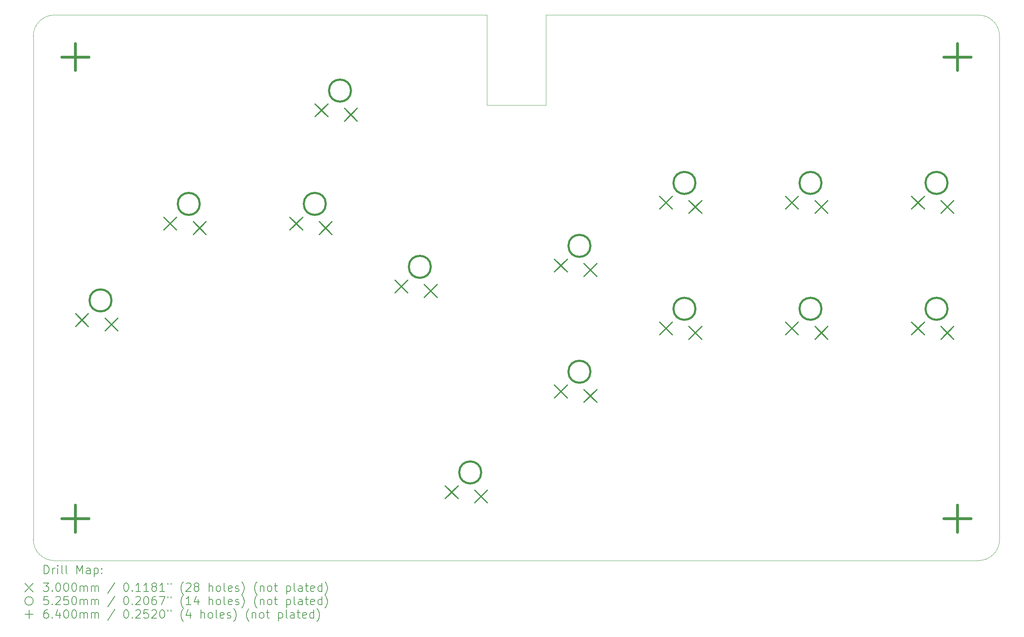
<source format=gbr>
%TF.GenerationSoftware,KiCad,Pcbnew,8.0.4-8.0.4-0~ubuntu22.04.1*%
%TF.CreationDate,2024-07-29T20:54:53+08:00*%
%TF.ProjectId,halalsnackbox,68616c61-6c73-46e6-9163-6b626f782e6b,rev?*%
%TF.SameCoordinates,Original*%
%TF.FileFunction,Drillmap*%
%TF.FilePolarity,Positive*%
%FSLAX45Y45*%
G04 Gerber Fmt 4.5, Leading zero omitted, Abs format (unit mm)*
G04 Created by KiCad (PCBNEW 8.0.4-8.0.4-0~ubuntu22.04.1) date 2024-07-29 20:54:53*
%MOMM*%
%LPD*%
G01*
G04 APERTURE LIST*
%ADD10C,0.050000*%
%ADD11C,0.200000*%
%ADD12C,0.300000*%
%ADD13C,0.525000*%
%ADD14C,0.640000*%
G04 APERTURE END LIST*
D10*
X0Y-500000D02*
G75*
G02*
X500000Y0I500000J0D01*
G01*
X10800000Y0D02*
X10800000Y-2150000D01*
X500000Y-13000000D02*
G75*
G02*
X0Y-12500000I0J500000D01*
G01*
X23000000Y-500000D02*
X23000000Y-12500000D01*
X12200000Y0D02*
X22500000Y0D01*
X500000Y-13000000D02*
X22500000Y-13000000D01*
X0Y-500000D02*
X0Y-12500000D01*
X12200000Y0D02*
X12200000Y-2150000D01*
X22500000Y0D02*
G75*
G02*
X23000000Y-500000I0J-500000D01*
G01*
X10800000Y-2150000D02*
X12200000Y-2150000D01*
X23000000Y-12500000D02*
G75*
G02*
X22500000Y-13000000I-500000J0D01*
G01*
X500000Y0D02*
X10800000Y0D01*
D11*
D12*
X1010000Y-7120000D02*
X1310000Y-7420000D01*
X1310000Y-7120000D02*
X1010000Y-7420000D01*
X1710000Y-7225000D02*
X2010000Y-7525000D01*
X2010000Y-7225000D02*
X1710000Y-7525000D01*
X3110000Y-4820000D02*
X3410000Y-5120000D01*
X3410000Y-4820000D02*
X3110000Y-5120000D01*
X3810000Y-4925000D02*
X4110000Y-5225000D01*
X4110000Y-4925000D02*
X3810000Y-5225000D01*
X6110000Y-4820000D02*
X6410000Y-5120000D01*
X6410000Y-4820000D02*
X6110000Y-5120000D01*
X6710000Y-2120000D02*
X7010000Y-2420000D01*
X7010000Y-2120000D02*
X6710000Y-2420000D01*
X6810000Y-4925000D02*
X7110000Y-5225000D01*
X7110000Y-4925000D02*
X6810000Y-5225000D01*
X7410000Y-2225000D02*
X7710000Y-2525000D01*
X7710000Y-2225000D02*
X7410000Y-2525000D01*
X8610000Y-6320000D02*
X8910000Y-6620000D01*
X8910000Y-6320000D02*
X8610000Y-6620000D01*
X9310000Y-6425000D02*
X9610000Y-6725000D01*
X9610000Y-6425000D02*
X9310000Y-6725000D01*
X9810000Y-11220000D02*
X10110000Y-11520000D01*
X10110000Y-11220000D02*
X9810000Y-11520000D01*
X10510000Y-11325000D02*
X10810000Y-11625000D01*
X10810000Y-11325000D02*
X10510000Y-11625000D01*
X12410000Y-5820000D02*
X12710000Y-6120000D01*
X12710000Y-5820000D02*
X12410000Y-6120000D01*
X12410000Y-8820000D02*
X12710000Y-9120000D01*
X12710000Y-8820000D02*
X12410000Y-9120000D01*
X13110000Y-5925000D02*
X13410000Y-6225000D01*
X13410000Y-5925000D02*
X13110000Y-6225000D01*
X13110000Y-8925000D02*
X13410000Y-9225000D01*
X13410000Y-8925000D02*
X13110000Y-9225000D01*
X14910000Y-4320000D02*
X15210000Y-4620000D01*
X15210000Y-4320000D02*
X14910000Y-4620000D01*
X14910000Y-7320000D02*
X15210000Y-7620000D01*
X15210000Y-7320000D02*
X14910000Y-7620000D01*
X15610000Y-4425000D02*
X15910000Y-4725000D01*
X15910000Y-4425000D02*
X15610000Y-4725000D01*
X15610000Y-7425000D02*
X15910000Y-7725000D01*
X15910000Y-7425000D02*
X15610000Y-7725000D01*
X17910000Y-4320000D02*
X18210000Y-4620000D01*
X18210000Y-4320000D02*
X17910000Y-4620000D01*
X17910000Y-7320000D02*
X18210000Y-7620000D01*
X18210000Y-7320000D02*
X17910000Y-7620000D01*
X18610000Y-4425000D02*
X18910000Y-4725000D01*
X18910000Y-4425000D02*
X18610000Y-4725000D01*
X18610000Y-7425000D02*
X18910000Y-7725000D01*
X18910000Y-7425000D02*
X18610000Y-7725000D01*
X20910000Y-4320000D02*
X21210000Y-4620000D01*
X21210000Y-4320000D02*
X20910000Y-4620000D01*
X20910000Y-7320000D02*
X21210000Y-7620000D01*
X21210000Y-7320000D02*
X20910000Y-7620000D01*
X21610000Y-4425000D02*
X21910000Y-4725000D01*
X21910000Y-4425000D02*
X21610000Y-4725000D01*
X21610000Y-7425000D02*
X21910000Y-7725000D01*
X21910000Y-7425000D02*
X21610000Y-7725000D01*
D13*
X1862500Y-6800000D02*
G75*
G02*
X1337500Y-6800000I-262500J0D01*
G01*
X1337500Y-6800000D02*
G75*
G02*
X1862500Y-6800000I262500J0D01*
G01*
X3962500Y-4500000D02*
G75*
G02*
X3437500Y-4500000I-262500J0D01*
G01*
X3437500Y-4500000D02*
G75*
G02*
X3962500Y-4500000I262500J0D01*
G01*
X6962500Y-4500000D02*
G75*
G02*
X6437500Y-4500000I-262500J0D01*
G01*
X6437500Y-4500000D02*
G75*
G02*
X6962500Y-4500000I262500J0D01*
G01*
X7562500Y-1800000D02*
G75*
G02*
X7037500Y-1800000I-262500J0D01*
G01*
X7037500Y-1800000D02*
G75*
G02*
X7562500Y-1800000I262500J0D01*
G01*
X9462500Y-6000000D02*
G75*
G02*
X8937500Y-6000000I-262500J0D01*
G01*
X8937500Y-6000000D02*
G75*
G02*
X9462500Y-6000000I262500J0D01*
G01*
X10662500Y-10900000D02*
G75*
G02*
X10137500Y-10900000I-262500J0D01*
G01*
X10137500Y-10900000D02*
G75*
G02*
X10662500Y-10900000I262500J0D01*
G01*
X13262500Y-5500000D02*
G75*
G02*
X12737500Y-5500000I-262500J0D01*
G01*
X12737500Y-5500000D02*
G75*
G02*
X13262500Y-5500000I262500J0D01*
G01*
X13262500Y-8500000D02*
G75*
G02*
X12737500Y-8500000I-262500J0D01*
G01*
X12737500Y-8500000D02*
G75*
G02*
X13262500Y-8500000I262500J0D01*
G01*
X15762500Y-4000000D02*
G75*
G02*
X15237500Y-4000000I-262500J0D01*
G01*
X15237500Y-4000000D02*
G75*
G02*
X15762500Y-4000000I262500J0D01*
G01*
X15762500Y-7000000D02*
G75*
G02*
X15237500Y-7000000I-262500J0D01*
G01*
X15237500Y-7000000D02*
G75*
G02*
X15762500Y-7000000I262500J0D01*
G01*
X18762500Y-4000000D02*
G75*
G02*
X18237500Y-4000000I-262500J0D01*
G01*
X18237500Y-4000000D02*
G75*
G02*
X18762500Y-4000000I262500J0D01*
G01*
X18762500Y-7000000D02*
G75*
G02*
X18237500Y-7000000I-262500J0D01*
G01*
X18237500Y-7000000D02*
G75*
G02*
X18762500Y-7000000I262500J0D01*
G01*
X21762500Y-4000000D02*
G75*
G02*
X21237500Y-4000000I-262500J0D01*
G01*
X21237500Y-4000000D02*
G75*
G02*
X21762500Y-4000000I262500J0D01*
G01*
X21762500Y-7000000D02*
G75*
G02*
X21237500Y-7000000I-262500J0D01*
G01*
X21237500Y-7000000D02*
G75*
G02*
X21762500Y-7000000I262500J0D01*
G01*
D14*
X1000000Y-680000D02*
X1000000Y-1320000D01*
X680000Y-1000000D02*
X1320000Y-1000000D01*
X1000000Y-11680000D02*
X1000000Y-12320000D01*
X680000Y-12000000D02*
X1320000Y-12000000D01*
X22000000Y-680000D02*
X22000000Y-1320000D01*
X21680000Y-1000000D02*
X22320000Y-1000000D01*
X22000000Y-11680000D02*
X22000000Y-12320000D01*
X21680000Y-12000000D02*
X22320000Y-12000000D01*
D11*
X258277Y-13313984D02*
X258277Y-13113984D01*
X258277Y-13113984D02*
X305896Y-13113984D01*
X305896Y-13113984D02*
X334467Y-13123508D01*
X334467Y-13123508D02*
X353515Y-13142555D01*
X353515Y-13142555D02*
X363039Y-13161603D01*
X363039Y-13161603D02*
X372562Y-13199698D01*
X372562Y-13199698D02*
X372562Y-13228269D01*
X372562Y-13228269D02*
X363039Y-13266365D01*
X363039Y-13266365D02*
X353515Y-13285412D01*
X353515Y-13285412D02*
X334467Y-13304460D01*
X334467Y-13304460D02*
X305896Y-13313984D01*
X305896Y-13313984D02*
X258277Y-13313984D01*
X458277Y-13313984D02*
X458277Y-13180650D01*
X458277Y-13218746D02*
X467801Y-13199698D01*
X467801Y-13199698D02*
X477324Y-13190174D01*
X477324Y-13190174D02*
X496372Y-13180650D01*
X496372Y-13180650D02*
X515420Y-13180650D01*
X582086Y-13313984D02*
X582086Y-13180650D01*
X582086Y-13113984D02*
X572563Y-13123508D01*
X572563Y-13123508D02*
X582086Y-13133031D01*
X582086Y-13133031D02*
X591610Y-13123508D01*
X591610Y-13123508D02*
X582086Y-13113984D01*
X582086Y-13113984D02*
X582086Y-13133031D01*
X705896Y-13313984D02*
X686848Y-13304460D01*
X686848Y-13304460D02*
X677324Y-13285412D01*
X677324Y-13285412D02*
X677324Y-13113984D01*
X810658Y-13313984D02*
X791610Y-13304460D01*
X791610Y-13304460D02*
X782086Y-13285412D01*
X782086Y-13285412D02*
X782086Y-13113984D01*
X1039229Y-13313984D02*
X1039229Y-13113984D01*
X1039229Y-13113984D02*
X1105896Y-13256841D01*
X1105896Y-13256841D02*
X1172563Y-13113984D01*
X1172563Y-13113984D02*
X1172563Y-13313984D01*
X1353515Y-13313984D02*
X1353515Y-13209222D01*
X1353515Y-13209222D02*
X1343991Y-13190174D01*
X1343991Y-13190174D02*
X1324944Y-13180650D01*
X1324944Y-13180650D02*
X1286848Y-13180650D01*
X1286848Y-13180650D02*
X1267801Y-13190174D01*
X1353515Y-13304460D02*
X1334467Y-13313984D01*
X1334467Y-13313984D02*
X1286848Y-13313984D01*
X1286848Y-13313984D02*
X1267801Y-13304460D01*
X1267801Y-13304460D02*
X1258277Y-13285412D01*
X1258277Y-13285412D02*
X1258277Y-13266365D01*
X1258277Y-13266365D02*
X1267801Y-13247317D01*
X1267801Y-13247317D02*
X1286848Y-13237793D01*
X1286848Y-13237793D02*
X1334467Y-13237793D01*
X1334467Y-13237793D02*
X1353515Y-13228269D01*
X1448753Y-13180650D02*
X1448753Y-13380650D01*
X1448753Y-13190174D02*
X1467801Y-13180650D01*
X1467801Y-13180650D02*
X1505896Y-13180650D01*
X1505896Y-13180650D02*
X1524943Y-13190174D01*
X1524943Y-13190174D02*
X1534467Y-13199698D01*
X1534467Y-13199698D02*
X1543991Y-13218746D01*
X1543991Y-13218746D02*
X1543991Y-13275888D01*
X1543991Y-13275888D02*
X1534467Y-13294936D01*
X1534467Y-13294936D02*
X1524943Y-13304460D01*
X1524943Y-13304460D02*
X1505896Y-13313984D01*
X1505896Y-13313984D02*
X1467801Y-13313984D01*
X1467801Y-13313984D02*
X1448753Y-13304460D01*
X1629705Y-13294936D02*
X1639229Y-13304460D01*
X1639229Y-13304460D02*
X1629705Y-13313984D01*
X1629705Y-13313984D02*
X1620182Y-13304460D01*
X1620182Y-13304460D02*
X1629705Y-13294936D01*
X1629705Y-13294936D02*
X1629705Y-13313984D01*
X1629705Y-13190174D02*
X1639229Y-13199698D01*
X1639229Y-13199698D02*
X1629705Y-13209222D01*
X1629705Y-13209222D02*
X1620182Y-13199698D01*
X1620182Y-13199698D02*
X1629705Y-13190174D01*
X1629705Y-13190174D02*
X1629705Y-13209222D01*
X-202500Y-13542500D02*
X-2500Y-13742500D01*
X-2500Y-13542500D02*
X-202500Y-13742500D01*
X239229Y-13533984D02*
X363039Y-13533984D01*
X363039Y-13533984D02*
X296372Y-13610174D01*
X296372Y-13610174D02*
X324944Y-13610174D01*
X324944Y-13610174D02*
X343991Y-13619698D01*
X343991Y-13619698D02*
X353515Y-13629222D01*
X353515Y-13629222D02*
X363039Y-13648269D01*
X363039Y-13648269D02*
X363039Y-13695888D01*
X363039Y-13695888D02*
X353515Y-13714936D01*
X353515Y-13714936D02*
X343991Y-13724460D01*
X343991Y-13724460D02*
X324944Y-13733984D01*
X324944Y-13733984D02*
X267801Y-13733984D01*
X267801Y-13733984D02*
X248753Y-13724460D01*
X248753Y-13724460D02*
X239229Y-13714936D01*
X448753Y-13714936D02*
X458277Y-13724460D01*
X458277Y-13724460D02*
X448753Y-13733984D01*
X448753Y-13733984D02*
X439229Y-13724460D01*
X439229Y-13724460D02*
X448753Y-13714936D01*
X448753Y-13714936D02*
X448753Y-13733984D01*
X582086Y-13533984D02*
X601134Y-13533984D01*
X601134Y-13533984D02*
X620182Y-13543508D01*
X620182Y-13543508D02*
X629705Y-13553031D01*
X629705Y-13553031D02*
X639229Y-13572079D01*
X639229Y-13572079D02*
X648753Y-13610174D01*
X648753Y-13610174D02*
X648753Y-13657793D01*
X648753Y-13657793D02*
X639229Y-13695888D01*
X639229Y-13695888D02*
X629705Y-13714936D01*
X629705Y-13714936D02*
X620182Y-13724460D01*
X620182Y-13724460D02*
X601134Y-13733984D01*
X601134Y-13733984D02*
X582086Y-13733984D01*
X582086Y-13733984D02*
X563039Y-13724460D01*
X563039Y-13724460D02*
X553515Y-13714936D01*
X553515Y-13714936D02*
X543991Y-13695888D01*
X543991Y-13695888D02*
X534467Y-13657793D01*
X534467Y-13657793D02*
X534467Y-13610174D01*
X534467Y-13610174D02*
X543991Y-13572079D01*
X543991Y-13572079D02*
X553515Y-13553031D01*
X553515Y-13553031D02*
X563039Y-13543508D01*
X563039Y-13543508D02*
X582086Y-13533984D01*
X772562Y-13533984D02*
X791610Y-13533984D01*
X791610Y-13533984D02*
X810658Y-13543508D01*
X810658Y-13543508D02*
X820182Y-13553031D01*
X820182Y-13553031D02*
X829705Y-13572079D01*
X829705Y-13572079D02*
X839229Y-13610174D01*
X839229Y-13610174D02*
X839229Y-13657793D01*
X839229Y-13657793D02*
X829705Y-13695888D01*
X829705Y-13695888D02*
X820182Y-13714936D01*
X820182Y-13714936D02*
X810658Y-13724460D01*
X810658Y-13724460D02*
X791610Y-13733984D01*
X791610Y-13733984D02*
X772562Y-13733984D01*
X772562Y-13733984D02*
X753515Y-13724460D01*
X753515Y-13724460D02*
X743991Y-13714936D01*
X743991Y-13714936D02*
X734467Y-13695888D01*
X734467Y-13695888D02*
X724943Y-13657793D01*
X724943Y-13657793D02*
X724943Y-13610174D01*
X724943Y-13610174D02*
X734467Y-13572079D01*
X734467Y-13572079D02*
X743991Y-13553031D01*
X743991Y-13553031D02*
X753515Y-13543508D01*
X753515Y-13543508D02*
X772562Y-13533984D01*
X963039Y-13533984D02*
X982086Y-13533984D01*
X982086Y-13533984D02*
X1001134Y-13543508D01*
X1001134Y-13543508D02*
X1010658Y-13553031D01*
X1010658Y-13553031D02*
X1020182Y-13572079D01*
X1020182Y-13572079D02*
X1029705Y-13610174D01*
X1029705Y-13610174D02*
X1029705Y-13657793D01*
X1029705Y-13657793D02*
X1020182Y-13695888D01*
X1020182Y-13695888D02*
X1010658Y-13714936D01*
X1010658Y-13714936D02*
X1001134Y-13724460D01*
X1001134Y-13724460D02*
X982086Y-13733984D01*
X982086Y-13733984D02*
X963039Y-13733984D01*
X963039Y-13733984D02*
X943991Y-13724460D01*
X943991Y-13724460D02*
X934467Y-13714936D01*
X934467Y-13714936D02*
X924943Y-13695888D01*
X924943Y-13695888D02*
X915420Y-13657793D01*
X915420Y-13657793D02*
X915420Y-13610174D01*
X915420Y-13610174D02*
X924943Y-13572079D01*
X924943Y-13572079D02*
X934467Y-13553031D01*
X934467Y-13553031D02*
X943991Y-13543508D01*
X943991Y-13543508D02*
X963039Y-13533984D01*
X1115420Y-13733984D02*
X1115420Y-13600650D01*
X1115420Y-13619698D02*
X1124944Y-13610174D01*
X1124944Y-13610174D02*
X1143991Y-13600650D01*
X1143991Y-13600650D02*
X1172563Y-13600650D01*
X1172563Y-13600650D02*
X1191610Y-13610174D01*
X1191610Y-13610174D02*
X1201134Y-13629222D01*
X1201134Y-13629222D02*
X1201134Y-13733984D01*
X1201134Y-13629222D02*
X1210658Y-13610174D01*
X1210658Y-13610174D02*
X1229705Y-13600650D01*
X1229705Y-13600650D02*
X1258277Y-13600650D01*
X1258277Y-13600650D02*
X1277325Y-13610174D01*
X1277325Y-13610174D02*
X1286848Y-13629222D01*
X1286848Y-13629222D02*
X1286848Y-13733984D01*
X1382086Y-13733984D02*
X1382086Y-13600650D01*
X1382086Y-13619698D02*
X1391610Y-13610174D01*
X1391610Y-13610174D02*
X1410658Y-13600650D01*
X1410658Y-13600650D02*
X1439229Y-13600650D01*
X1439229Y-13600650D02*
X1458277Y-13610174D01*
X1458277Y-13610174D02*
X1467801Y-13629222D01*
X1467801Y-13629222D02*
X1467801Y-13733984D01*
X1467801Y-13629222D02*
X1477324Y-13610174D01*
X1477324Y-13610174D02*
X1496372Y-13600650D01*
X1496372Y-13600650D02*
X1524943Y-13600650D01*
X1524943Y-13600650D02*
X1543991Y-13610174D01*
X1543991Y-13610174D02*
X1553515Y-13629222D01*
X1553515Y-13629222D02*
X1553515Y-13733984D01*
X1943991Y-13524460D02*
X1772563Y-13781603D01*
X2201134Y-13533984D02*
X2220182Y-13533984D01*
X2220182Y-13533984D02*
X2239229Y-13543508D01*
X2239229Y-13543508D02*
X2248753Y-13553031D01*
X2248753Y-13553031D02*
X2258277Y-13572079D01*
X2258277Y-13572079D02*
X2267801Y-13610174D01*
X2267801Y-13610174D02*
X2267801Y-13657793D01*
X2267801Y-13657793D02*
X2258277Y-13695888D01*
X2258277Y-13695888D02*
X2248753Y-13714936D01*
X2248753Y-13714936D02*
X2239229Y-13724460D01*
X2239229Y-13724460D02*
X2220182Y-13733984D01*
X2220182Y-13733984D02*
X2201134Y-13733984D01*
X2201134Y-13733984D02*
X2182087Y-13724460D01*
X2182087Y-13724460D02*
X2172563Y-13714936D01*
X2172563Y-13714936D02*
X2163039Y-13695888D01*
X2163039Y-13695888D02*
X2153515Y-13657793D01*
X2153515Y-13657793D02*
X2153515Y-13610174D01*
X2153515Y-13610174D02*
X2163039Y-13572079D01*
X2163039Y-13572079D02*
X2172563Y-13553031D01*
X2172563Y-13553031D02*
X2182087Y-13543508D01*
X2182087Y-13543508D02*
X2201134Y-13533984D01*
X2353515Y-13714936D02*
X2363039Y-13724460D01*
X2363039Y-13724460D02*
X2353515Y-13733984D01*
X2353515Y-13733984D02*
X2343991Y-13724460D01*
X2343991Y-13724460D02*
X2353515Y-13714936D01*
X2353515Y-13714936D02*
X2353515Y-13733984D01*
X2553515Y-13733984D02*
X2439229Y-13733984D01*
X2496372Y-13733984D02*
X2496372Y-13533984D01*
X2496372Y-13533984D02*
X2477325Y-13562555D01*
X2477325Y-13562555D02*
X2458277Y-13581603D01*
X2458277Y-13581603D02*
X2439229Y-13591127D01*
X2743991Y-13733984D02*
X2629706Y-13733984D01*
X2686848Y-13733984D02*
X2686848Y-13533984D01*
X2686848Y-13533984D02*
X2667801Y-13562555D01*
X2667801Y-13562555D02*
X2648753Y-13581603D01*
X2648753Y-13581603D02*
X2629706Y-13591127D01*
X2858277Y-13619698D02*
X2839229Y-13610174D01*
X2839229Y-13610174D02*
X2829706Y-13600650D01*
X2829706Y-13600650D02*
X2820182Y-13581603D01*
X2820182Y-13581603D02*
X2820182Y-13572079D01*
X2820182Y-13572079D02*
X2829706Y-13553031D01*
X2829706Y-13553031D02*
X2839229Y-13543508D01*
X2839229Y-13543508D02*
X2858277Y-13533984D01*
X2858277Y-13533984D02*
X2896372Y-13533984D01*
X2896372Y-13533984D02*
X2915420Y-13543508D01*
X2915420Y-13543508D02*
X2924944Y-13553031D01*
X2924944Y-13553031D02*
X2934467Y-13572079D01*
X2934467Y-13572079D02*
X2934467Y-13581603D01*
X2934467Y-13581603D02*
X2924944Y-13600650D01*
X2924944Y-13600650D02*
X2915420Y-13610174D01*
X2915420Y-13610174D02*
X2896372Y-13619698D01*
X2896372Y-13619698D02*
X2858277Y-13619698D01*
X2858277Y-13619698D02*
X2839229Y-13629222D01*
X2839229Y-13629222D02*
X2829706Y-13638746D01*
X2829706Y-13638746D02*
X2820182Y-13657793D01*
X2820182Y-13657793D02*
X2820182Y-13695888D01*
X2820182Y-13695888D02*
X2829706Y-13714936D01*
X2829706Y-13714936D02*
X2839229Y-13724460D01*
X2839229Y-13724460D02*
X2858277Y-13733984D01*
X2858277Y-13733984D02*
X2896372Y-13733984D01*
X2896372Y-13733984D02*
X2915420Y-13724460D01*
X2915420Y-13724460D02*
X2924944Y-13714936D01*
X2924944Y-13714936D02*
X2934467Y-13695888D01*
X2934467Y-13695888D02*
X2934467Y-13657793D01*
X2934467Y-13657793D02*
X2924944Y-13638746D01*
X2924944Y-13638746D02*
X2915420Y-13629222D01*
X2915420Y-13629222D02*
X2896372Y-13619698D01*
X3124944Y-13733984D02*
X3010658Y-13733984D01*
X3067801Y-13733984D02*
X3067801Y-13533984D01*
X3067801Y-13533984D02*
X3048753Y-13562555D01*
X3048753Y-13562555D02*
X3029706Y-13581603D01*
X3029706Y-13581603D02*
X3010658Y-13591127D01*
X3201134Y-13533984D02*
X3201134Y-13572079D01*
X3277325Y-13533984D02*
X3277325Y-13572079D01*
X3572563Y-13810174D02*
X3563039Y-13800650D01*
X3563039Y-13800650D02*
X3543991Y-13772079D01*
X3543991Y-13772079D02*
X3534468Y-13753031D01*
X3534468Y-13753031D02*
X3524944Y-13724460D01*
X3524944Y-13724460D02*
X3515420Y-13676841D01*
X3515420Y-13676841D02*
X3515420Y-13638746D01*
X3515420Y-13638746D02*
X3524944Y-13591127D01*
X3524944Y-13591127D02*
X3534468Y-13562555D01*
X3534468Y-13562555D02*
X3543991Y-13543508D01*
X3543991Y-13543508D02*
X3563039Y-13514936D01*
X3563039Y-13514936D02*
X3572563Y-13505412D01*
X3639229Y-13553031D02*
X3648753Y-13543508D01*
X3648753Y-13543508D02*
X3667801Y-13533984D01*
X3667801Y-13533984D02*
X3715420Y-13533984D01*
X3715420Y-13533984D02*
X3734468Y-13543508D01*
X3734468Y-13543508D02*
X3743991Y-13553031D01*
X3743991Y-13553031D02*
X3753515Y-13572079D01*
X3753515Y-13572079D02*
X3753515Y-13591127D01*
X3753515Y-13591127D02*
X3743991Y-13619698D01*
X3743991Y-13619698D02*
X3629706Y-13733984D01*
X3629706Y-13733984D02*
X3753515Y-13733984D01*
X3867801Y-13619698D02*
X3848753Y-13610174D01*
X3848753Y-13610174D02*
X3839229Y-13600650D01*
X3839229Y-13600650D02*
X3829706Y-13581603D01*
X3829706Y-13581603D02*
X3829706Y-13572079D01*
X3829706Y-13572079D02*
X3839229Y-13553031D01*
X3839229Y-13553031D02*
X3848753Y-13543508D01*
X3848753Y-13543508D02*
X3867801Y-13533984D01*
X3867801Y-13533984D02*
X3905896Y-13533984D01*
X3905896Y-13533984D02*
X3924944Y-13543508D01*
X3924944Y-13543508D02*
X3934468Y-13553031D01*
X3934468Y-13553031D02*
X3943991Y-13572079D01*
X3943991Y-13572079D02*
X3943991Y-13581603D01*
X3943991Y-13581603D02*
X3934468Y-13600650D01*
X3934468Y-13600650D02*
X3924944Y-13610174D01*
X3924944Y-13610174D02*
X3905896Y-13619698D01*
X3905896Y-13619698D02*
X3867801Y-13619698D01*
X3867801Y-13619698D02*
X3848753Y-13629222D01*
X3848753Y-13629222D02*
X3839229Y-13638746D01*
X3839229Y-13638746D02*
X3829706Y-13657793D01*
X3829706Y-13657793D02*
X3829706Y-13695888D01*
X3829706Y-13695888D02*
X3839229Y-13714936D01*
X3839229Y-13714936D02*
X3848753Y-13724460D01*
X3848753Y-13724460D02*
X3867801Y-13733984D01*
X3867801Y-13733984D02*
X3905896Y-13733984D01*
X3905896Y-13733984D02*
X3924944Y-13724460D01*
X3924944Y-13724460D02*
X3934468Y-13714936D01*
X3934468Y-13714936D02*
X3943991Y-13695888D01*
X3943991Y-13695888D02*
X3943991Y-13657793D01*
X3943991Y-13657793D02*
X3934468Y-13638746D01*
X3934468Y-13638746D02*
X3924944Y-13629222D01*
X3924944Y-13629222D02*
X3905896Y-13619698D01*
X4182087Y-13733984D02*
X4182087Y-13533984D01*
X4267801Y-13733984D02*
X4267801Y-13629222D01*
X4267801Y-13629222D02*
X4258277Y-13610174D01*
X4258277Y-13610174D02*
X4239230Y-13600650D01*
X4239230Y-13600650D02*
X4210658Y-13600650D01*
X4210658Y-13600650D02*
X4191610Y-13610174D01*
X4191610Y-13610174D02*
X4182087Y-13619698D01*
X4391611Y-13733984D02*
X4372563Y-13724460D01*
X4372563Y-13724460D02*
X4363039Y-13714936D01*
X4363039Y-13714936D02*
X4353515Y-13695888D01*
X4353515Y-13695888D02*
X4353515Y-13638746D01*
X4353515Y-13638746D02*
X4363039Y-13619698D01*
X4363039Y-13619698D02*
X4372563Y-13610174D01*
X4372563Y-13610174D02*
X4391611Y-13600650D01*
X4391611Y-13600650D02*
X4420182Y-13600650D01*
X4420182Y-13600650D02*
X4439230Y-13610174D01*
X4439230Y-13610174D02*
X4448753Y-13619698D01*
X4448753Y-13619698D02*
X4458277Y-13638746D01*
X4458277Y-13638746D02*
X4458277Y-13695888D01*
X4458277Y-13695888D02*
X4448753Y-13714936D01*
X4448753Y-13714936D02*
X4439230Y-13724460D01*
X4439230Y-13724460D02*
X4420182Y-13733984D01*
X4420182Y-13733984D02*
X4391611Y-13733984D01*
X4572563Y-13733984D02*
X4553515Y-13724460D01*
X4553515Y-13724460D02*
X4543992Y-13705412D01*
X4543992Y-13705412D02*
X4543992Y-13533984D01*
X4724944Y-13724460D02*
X4705896Y-13733984D01*
X4705896Y-13733984D02*
X4667801Y-13733984D01*
X4667801Y-13733984D02*
X4648753Y-13724460D01*
X4648753Y-13724460D02*
X4639230Y-13705412D01*
X4639230Y-13705412D02*
X4639230Y-13629222D01*
X4639230Y-13629222D02*
X4648753Y-13610174D01*
X4648753Y-13610174D02*
X4667801Y-13600650D01*
X4667801Y-13600650D02*
X4705896Y-13600650D01*
X4705896Y-13600650D02*
X4724944Y-13610174D01*
X4724944Y-13610174D02*
X4734468Y-13629222D01*
X4734468Y-13629222D02*
X4734468Y-13648269D01*
X4734468Y-13648269D02*
X4639230Y-13667317D01*
X4810658Y-13724460D02*
X4829706Y-13733984D01*
X4829706Y-13733984D02*
X4867801Y-13733984D01*
X4867801Y-13733984D02*
X4886849Y-13724460D01*
X4886849Y-13724460D02*
X4896373Y-13705412D01*
X4896373Y-13705412D02*
X4896373Y-13695888D01*
X4896373Y-13695888D02*
X4886849Y-13676841D01*
X4886849Y-13676841D02*
X4867801Y-13667317D01*
X4867801Y-13667317D02*
X4839230Y-13667317D01*
X4839230Y-13667317D02*
X4820182Y-13657793D01*
X4820182Y-13657793D02*
X4810658Y-13638746D01*
X4810658Y-13638746D02*
X4810658Y-13629222D01*
X4810658Y-13629222D02*
X4820182Y-13610174D01*
X4820182Y-13610174D02*
X4839230Y-13600650D01*
X4839230Y-13600650D02*
X4867801Y-13600650D01*
X4867801Y-13600650D02*
X4886849Y-13610174D01*
X4963039Y-13810174D02*
X4972563Y-13800650D01*
X4972563Y-13800650D02*
X4991611Y-13772079D01*
X4991611Y-13772079D02*
X5001134Y-13753031D01*
X5001134Y-13753031D02*
X5010658Y-13724460D01*
X5010658Y-13724460D02*
X5020182Y-13676841D01*
X5020182Y-13676841D02*
X5020182Y-13638746D01*
X5020182Y-13638746D02*
X5010658Y-13591127D01*
X5010658Y-13591127D02*
X5001134Y-13562555D01*
X5001134Y-13562555D02*
X4991611Y-13543508D01*
X4991611Y-13543508D02*
X4972563Y-13514936D01*
X4972563Y-13514936D02*
X4963039Y-13505412D01*
X5324944Y-13810174D02*
X5315420Y-13800650D01*
X5315420Y-13800650D02*
X5296373Y-13772079D01*
X5296373Y-13772079D02*
X5286849Y-13753031D01*
X5286849Y-13753031D02*
X5277325Y-13724460D01*
X5277325Y-13724460D02*
X5267801Y-13676841D01*
X5267801Y-13676841D02*
X5267801Y-13638746D01*
X5267801Y-13638746D02*
X5277325Y-13591127D01*
X5277325Y-13591127D02*
X5286849Y-13562555D01*
X5286849Y-13562555D02*
X5296373Y-13543508D01*
X5296373Y-13543508D02*
X5315420Y-13514936D01*
X5315420Y-13514936D02*
X5324944Y-13505412D01*
X5401134Y-13600650D02*
X5401134Y-13733984D01*
X5401134Y-13619698D02*
X5410658Y-13610174D01*
X5410658Y-13610174D02*
X5429706Y-13600650D01*
X5429706Y-13600650D02*
X5458277Y-13600650D01*
X5458277Y-13600650D02*
X5477325Y-13610174D01*
X5477325Y-13610174D02*
X5486849Y-13629222D01*
X5486849Y-13629222D02*
X5486849Y-13733984D01*
X5610658Y-13733984D02*
X5591611Y-13724460D01*
X5591611Y-13724460D02*
X5582087Y-13714936D01*
X5582087Y-13714936D02*
X5572563Y-13695888D01*
X5572563Y-13695888D02*
X5572563Y-13638746D01*
X5572563Y-13638746D02*
X5582087Y-13619698D01*
X5582087Y-13619698D02*
X5591611Y-13610174D01*
X5591611Y-13610174D02*
X5610658Y-13600650D01*
X5610658Y-13600650D02*
X5639230Y-13600650D01*
X5639230Y-13600650D02*
X5658277Y-13610174D01*
X5658277Y-13610174D02*
X5667801Y-13619698D01*
X5667801Y-13619698D02*
X5677325Y-13638746D01*
X5677325Y-13638746D02*
X5677325Y-13695888D01*
X5677325Y-13695888D02*
X5667801Y-13714936D01*
X5667801Y-13714936D02*
X5658277Y-13724460D01*
X5658277Y-13724460D02*
X5639230Y-13733984D01*
X5639230Y-13733984D02*
X5610658Y-13733984D01*
X5734468Y-13600650D02*
X5810658Y-13600650D01*
X5763039Y-13533984D02*
X5763039Y-13705412D01*
X5763039Y-13705412D02*
X5772563Y-13724460D01*
X5772563Y-13724460D02*
X5791611Y-13733984D01*
X5791611Y-13733984D02*
X5810658Y-13733984D01*
X6029706Y-13600650D02*
X6029706Y-13800650D01*
X6029706Y-13610174D02*
X6048753Y-13600650D01*
X6048753Y-13600650D02*
X6086849Y-13600650D01*
X6086849Y-13600650D02*
X6105896Y-13610174D01*
X6105896Y-13610174D02*
X6115420Y-13619698D01*
X6115420Y-13619698D02*
X6124944Y-13638746D01*
X6124944Y-13638746D02*
X6124944Y-13695888D01*
X6124944Y-13695888D02*
X6115420Y-13714936D01*
X6115420Y-13714936D02*
X6105896Y-13724460D01*
X6105896Y-13724460D02*
X6086849Y-13733984D01*
X6086849Y-13733984D02*
X6048753Y-13733984D01*
X6048753Y-13733984D02*
X6029706Y-13724460D01*
X6239230Y-13733984D02*
X6220182Y-13724460D01*
X6220182Y-13724460D02*
X6210658Y-13705412D01*
X6210658Y-13705412D02*
X6210658Y-13533984D01*
X6401134Y-13733984D02*
X6401134Y-13629222D01*
X6401134Y-13629222D02*
X6391611Y-13610174D01*
X6391611Y-13610174D02*
X6372563Y-13600650D01*
X6372563Y-13600650D02*
X6334468Y-13600650D01*
X6334468Y-13600650D02*
X6315420Y-13610174D01*
X6401134Y-13724460D02*
X6382087Y-13733984D01*
X6382087Y-13733984D02*
X6334468Y-13733984D01*
X6334468Y-13733984D02*
X6315420Y-13724460D01*
X6315420Y-13724460D02*
X6305896Y-13705412D01*
X6305896Y-13705412D02*
X6305896Y-13686365D01*
X6305896Y-13686365D02*
X6315420Y-13667317D01*
X6315420Y-13667317D02*
X6334468Y-13657793D01*
X6334468Y-13657793D02*
X6382087Y-13657793D01*
X6382087Y-13657793D02*
X6401134Y-13648269D01*
X6467801Y-13600650D02*
X6543992Y-13600650D01*
X6496373Y-13533984D02*
X6496373Y-13705412D01*
X6496373Y-13705412D02*
X6505896Y-13724460D01*
X6505896Y-13724460D02*
X6524944Y-13733984D01*
X6524944Y-13733984D02*
X6543992Y-13733984D01*
X6686849Y-13724460D02*
X6667801Y-13733984D01*
X6667801Y-13733984D02*
X6629706Y-13733984D01*
X6629706Y-13733984D02*
X6610658Y-13724460D01*
X6610658Y-13724460D02*
X6601134Y-13705412D01*
X6601134Y-13705412D02*
X6601134Y-13629222D01*
X6601134Y-13629222D02*
X6610658Y-13610174D01*
X6610658Y-13610174D02*
X6629706Y-13600650D01*
X6629706Y-13600650D02*
X6667801Y-13600650D01*
X6667801Y-13600650D02*
X6686849Y-13610174D01*
X6686849Y-13610174D02*
X6696373Y-13629222D01*
X6696373Y-13629222D02*
X6696373Y-13648269D01*
X6696373Y-13648269D02*
X6601134Y-13667317D01*
X6867801Y-13733984D02*
X6867801Y-13533984D01*
X6867801Y-13724460D02*
X6848754Y-13733984D01*
X6848754Y-13733984D02*
X6810658Y-13733984D01*
X6810658Y-13733984D02*
X6791611Y-13724460D01*
X6791611Y-13724460D02*
X6782087Y-13714936D01*
X6782087Y-13714936D02*
X6772563Y-13695888D01*
X6772563Y-13695888D02*
X6772563Y-13638746D01*
X6772563Y-13638746D02*
X6782087Y-13619698D01*
X6782087Y-13619698D02*
X6791611Y-13610174D01*
X6791611Y-13610174D02*
X6810658Y-13600650D01*
X6810658Y-13600650D02*
X6848754Y-13600650D01*
X6848754Y-13600650D02*
X6867801Y-13610174D01*
X6943992Y-13810174D02*
X6953515Y-13800650D01*
X6953515Y-13800650D02*
X6972563Y-13772079D01*
X6972563Y-13772079D02*
X6982087Y-13753031D01*
X6982087Y-13753031D02*
X6991611Y-13724460D01*
X6991611Y-13724460D02*
X7001134Y-13676841D01*
X7001134Y-13676841D02*
X7001134Y-13638746D01*
X7001134Y-13638746D02*
X6991611Y-13591127D01*
X6991611Y-13591127D02*
X6982087Y-13562555D01*
X6982087Y-13562555D02*
X6972563Y-13543508D01*
X6972563Y-13543508D02*
X6953515Y-13514936D01*
X6953515Y-13514936D02*
X6943992Y-13505412D01*
X-2500Y-13962500D02*
G75*
G02*
X-202500Y-13962500I-100000J0D01*
G01*
X-202500Y-13962500D02*
G75*
G02*
X-2500Y-13962500I100000J0D01*
G01*
X353515Y-13853984D02*
X258277Y-13853984D01*
X258277Y-13853984D02*
X248753Y-13949222D01*
X248753Y-13949222D02*
X258277Y-13939698D01*
X258277Y-13939698D02*
X277324Y-13930174D01*
X277324Y-13930174D02*
X324944Y-13930174D01*
X324944Y-13930174D02*
X343991Y-13939698D01*
X343991Y-13939698D02*
X353515Y-13949222D01*
X353515Y-13949222D02*
X363039Y-13968269D01*
X363039Y-13968269D02*
X363039Y-14015888D01*
X363039Y-14015888D02*
X353515Y-14034936D01*
X353515Y-14034936D02*
X343991Y-14044460D01*
X343991Y-14044460D02*
X324944Y-14053984D01*
X324944Y-14053984D02*
X277324Y-14053984D01*
X277324Y-14053984D02*
X258277Y-14044460D01*
X258277Y-14044460D02*
X248753Y-14034936D01*
X448753Y-14034936D02*
X458277Y-14044460D01*
X458277Y-14044460D02*
X448753Y-14053984D01*
X448753Y-14053984D02*
X439229Y-14044460D01*
X439229Y-14044460D02*
X448753Y-14034936D01*
X448753Y-14034936D02*
X448753Y-14053984D01*
X534467Y-13873031D02*
X543991Y-13863508D01*
X543991Y-13863508D02*
X563039Y-13853984D01*
X563039Y-13853984D02*
X610658Y-13853984D01*
X610658Y-13853984D02*
X629705Y-13863508D01*
X629705Y-13863508D02*
X639229Y-13873031D01*
X639229Y-13873031D02*
X648753Y-13892079D01*
X648753Y-13892079D02*
X648753Y-13911127D01*
X648753Y-13911127D02*
X639229Y-13939698D01*
X639229Y-13939698D02*
X524944Y-14053984D01*
X524944Y-14053984D02*
X648753Y-14053984D01*
X829705Y-13853984D02*
X734467Y-13853984D01*
X734467Y-13853984D02*
X724943Y-13949222D01*
X724943Y-13949222D02*
X734467Y-13939698D01*
X734467Y-13939698D02*
X753515Y-13930174D01*
X753515Y-13930174D02*
X801134Y-13930174D01*
X801134Y-13930174D02*
X820182Y-13939698D01*
X820182Y-13939698D02*
X829705Y-13949222D01*
X829705Y-13949222D02*
X839229Y-13968269D01*
X839229Y-13968269D02*
X839229Y-14015888D01*
X839229Y-14015888D02*
X829705Y-14034936D01*
X829705Y-14034936D02*
X820182Y-14044460D01*
X820182Y-14044460D02*
X801134Y-14053984D01*
X801134Y-14053984D02*
X753515Y-14053984D01*
X753515Y-14053984D02*
X734467Y-14044460D01*
X734467Y-14044460D02*
X724943Y-14034936D01*
X963039Y-13853984D02*
X982086Y-13853984D01*
X982086Y-13853984D02*
X1001134Y-13863508D01*
X1001134Y-13863508D02*
X1010658Y-13873031D01*
X1010658Y-13873031D02*
X1020182Y-13892079D01*
X1020182Y-13892079D02*
X1029705Y-13930174D01*
X1029705Y-13930174D02*
X1029705Y-13977793D01*
X1029705Y-13977793D02*
X1020182Y-14015888D01*
X1020182Y-14015888D02*
X1010658Y-14034936D01*
X1010658Y-14034936D02*
X1001134Y-14044460D01*
X1001134Y-14044460D02*
X982086Y-14053984D01*
X982086Y-14053984D02*
X963039Y-14053984D01*
X963039Y-14053984D02*
X943991Y-14044460D01*
X943991Y-14044460D02*
X934467Y-14034936D01*
X934467Y-14034936D02*
X924943Y-14015888D01*
X924943Y-14015888D02*
X915420Y-13977793D01*
X915420Y-13977793D02*
X915420Y-13930174D01*
X915420Y-13930174D02*
X924943Y-13892079D01*
X924943Y-13892079D02*
X934467Y-13873031D01*
X934467Y-13873031D02*
X943991Y-13863508D01*
X943991Y-13863508D02*
X963039Y-13853984D01*
X1115420Y-14053984D02*
X1115420Y-13920650D01*
X1115420Y-13939698D02*
X1124944Y-13930174D01*
X1124944Y-13930174D02*
X1143991Y-13920650D01*
X1143991Y-13920650D02*
X1172563Y-13920650D01*
X1172563Y-13920650D02*
X1191610Y-13930174D01*
X1191610Y-13930174D02*
X1201134Y-13949222D01*
X1201134Y-13949222D02*
X1201134Y-14053984D01*
X1201134Y-13949222D02*
X1210658Y-13930174D01*
X1210658Y-13930174D02*
X1229705Y-13920650D01*
X1229705Y-13920650D02*
X1258277Y-13920650D01*
X1258277Y-13920650D02*
X1277325Y-13930174D01*
X1277325Y-13930174D02*
X1286848Y-13949222D01*
X1286848Y-13949222D02*
X1286848Y-14053984D01*
X1382086Y-14053984D02*
X1382086Y-13920650D01*
X1382086Y-13939698D02*
X1391610Y-13930174D01*
X1391610Y-13930174D02*
X1410658Y-13920650D01*
X1410658Y-13920650D02*
X1439229Y-13920650D01*
X1439229Y-13920650D02*
X1458277Y-13930174D01*
X1458277Y-13930174D02*
X1467801Y-13949222D01*
X1467801Y-13949222D02*
X1467801Y-14053984D01*
X1467801Y-13949222D02*
X1477324Y-13930174D01*
X1477324Y-13930174D02*
X1496372Y-13920650D01*
X1496372Y-13920650D02*
X1524943Y-13920650D01*
X1524943Y-13920650D02*
X1543991Y-13930174D01*
X1543991Y-13930174D02*
X1553515Y-13949222D01*
X1553515Y-13949222D02*
X1553515Y-14053984D01*
X1943991Y-13844460D02*
X1772563Y-14101603D01*
X2201134Y-13853984D02*
X2220182Y-13853984D01*
X2220182Y-13853984D02*
X2239229Y-13863508D01*
X2239229Y-13863508D02*
X2248753Y-13873031D01*
X2248753Y-13873031D02*
X2258277Y-13892079D01*
X2258277Y-13892079D02*
X2267801Y-13930174D01*
X2267801Y-13930174D02*
X2267801Y-13977793D01*
X2267801Y-13977793D02*
X2258277Y-14015888D01*
X2258277Y-14015888D02*
X2248753Y-14034936D01*
X2248753Y-14034936D02*
X2239229Y-14044460D01*
X2239229Y-14044460D02*
X2220182Y-14053984D01*
X2220182Y-14053984D02*
X2201134Y-14053984D01*
X2201134Y-14053984D02*
X2182087Y-14044460D01*
X2182087Y-14044460D02*
X2172563Y-14034936D01*
X2172563Y-14034936D02*
X2163039Y-14015888D01*
X2163039Y-14015888D02*
X2153515Y-13977793D01*
X2153515Y-13977793D02*
X2153515Y-13930174D01*
X2153515Y-13930174D02*
X2163039Y-13892079D01*
X2163039Y-13892079D02*
X2172563Y-13873031D01*
X2172563Y-13873031D02*
X2182087Y-13863508D01*
X2182087Y-13863508D02*
X2201134Y-13853984D01*
X2353515Y-14034936D02*
X2363039Y-14044460D01*
X2363039Y-14044460D02*
X2353515Y-14053984D01*
X2353515Y-14053984D02*
X2343991Y-14044460D01*
X2343991Y-14044460D02*
X2353515Y-14034936D01*
X2353515Y-14034936D02*
X2353515Y-14053984D01*
X2439229Y-13873031D02*
X2448753Y-13863508D01*
X2448753Y-13863508D02*
X2467801Y-13853984D01*
X2467801Y-13853984D02*
X2515420Y-13853984D01*
X2515420Y-13853984D02*
X2534468Y-13863508D01*
X2534468Y-13863508D02*
X2543991Y-13873031D01*
X2543991Y-13873031D02*
X2553515Y-13892079D01*
X2553515Y-13892079D02*
X2553515Y-13911127D01*
X2553515Y-13911127D02*
X2543991Y-13939698D01*
X2543991Y-13939698D02*
X2429706Y-14053984D01*
X2429706Y-14053984D02*
X2553515Y-14053984D01*
X2677325Y-13853984D02*
X2696372Y-13853984D01*
X2696372Y-13853984D02*
X2715420Y-13863508D01*
X2715420Y-13863508D02*
X2724944Y-13873031D01*
X2724944Y-13873031D02*
X2734468Y-13892079D01*
X2734468Y-13892079D02*
X2743991Y-13930174D01*
X2743991Y-13930174D02*
X2743991Y-13977793D01*
X2743991Y-13977793D02*
X2734468Y-14015888D01*
X2734468Y-14015888D02*
X2724944Y-14034936D01*
X2724944Y-14034936D02*
X2715420Y-14044460D01*
X2715420Y-14044460D02*
X2696372Y-14053984D01*
X2696372Y-14053984D02*
X2677325Y-14053984D01*
X2677325Y-14053984D02*
X2658277Y-14044460D01*
X2658277Y-14044460D02*
X2648753Y-14034936D01*
X2648753Y-14034936D02*
X2639229Y-14015888D01*
X2639229Y-14015888D02*
X2629706Y-13977793D01*
X2629706Y-13977793D02*
X2629706Y-13930174D01*
X2629706Y-13930174D02*
X2639229Y-13892079D01*
X2639229Y-13892079D02*
X2648753Y-13873031D01*
X2648753Y-13873031D02*
X2658277Y-13863508D01*
X2658277Y-13863508D02*
X2677325Y-13853984D01*
X2915420Y-13853984D02*
X2877325Y-13853984D01*
X2877325Y-13853984D02*
X2858277Y-13863508D01*
X2858277Y-13863508D02*
X2848753Y-13873031D01*
X2848753Y-13873031D02*
X2829706Y-13901603D01*
X2829706Y-13901603D02*
X2820182Y-13939698D01*
X2820182Y-13939698D02*
X2820182Y-14015888D01*
X2820182Y-14015888D02*
X2829706Y-14034936D01*
X2829706Y-14034936D02*
X2839229Y-14044460D01*
X2839229Y-14044460D02*
X2858277Y-14053984D01*
X2858277Y-14053984D02*
X2896372Y-14053984D01*
X2896372Y-14053984D02*
X2915420Y-14044460D01*
X2915420Y-14044460D02*
X2924944Y-14034936D01*
X2924944Y-14034936D02*
X2934467Y-14015888D01*
X2934467Y-14015888D02*
X2934467Y-13968269D01*
X2934467Y-13968269D02*
X2924944Y-13949222D01*
X2924944Y-13949222D02*
X2915420Y-13939698D01*
X2915420Y-13939698D02*
X2896372Y-13930174D01*
X2896372Y-13930174D02*
X2858277Y-13930174D01*
X2858277Y-13930174D02*
X2839229Y-13939698D01*
X2839229Y-13939698D02*
X2829706Y-13949222D01*
X2829706Y-13949222D02*
X2820182Y-13968269D01*
X3001134Y-13853984D02*
X3134467Y-13853984D01*
X3134467Y-13853984D02*
X3048753Y-14053984D01*
X3201134Y-13853984D02*
X3201134Y-13892079D01*
X3277325Y-13853984D02*
X3277325Y-13892079D01*
X3572563Y-14130174D02*
X3563039Y-14120650D01*
X3563039Y-14120650D02*
X3543991Y-14092079D01*
X3543991Y-14092079D02*
X3534468Y-14073031D01*
X3534468Y-14073031D02*
X3524944Y-14044460D01*
X3524944Y-14044460D02*
X3515420Y-13996841D01*
X3515420Y-13996841D02*
X3515420Y-13958746D01*
X3515420Y-13958746D02*
X3524944Y-13911127D01*
X3524944Y-13911127D02*
X3534468Y-13882555D01*
X3534468Y-13882555D02*
X3543991Y-13863508D01*
X3543991Y-13863508D02*
X3563039Y-13834936D01*
X3563039Y-13834936D02*
X3572563Y-13825412D01*
X3753515Y-14053984D02*
X3639229Y-14053984D01*
X3696372Y-14053984D02*
X3696372Y-13853984D01*
X3696372Y-13853984D02*
X3677325Y-13882555D01*
X3677325Y-13882555D02*
X3658277Y-13901603D01*
X3658277Y-13901603D02*
X3639229Y-13911127D01*
X3924944Y-13920650D02*
X3924944Y-14053984D01*
X3877325Y-13844460D02*
X3829706Y-13987317D01*
X3829706Y-13987317D02*
X3953515Y-13987317D01*
X4182087Y-14053984D02*
X4182087Y-13853984D01*
X4267801Y-14053984D02*
X4267801Y-13949222D01*
X4267801Y-13949222D02*
X4258277Y-13930174D01*
X4258277Y-13930174D02*
X4239230Y-13920650D01*
X4239230Y-13920650D02*
X4210658Y-13920650D01*
X4210658Y-13920650D02*
X4191610Y-13930174D01*
X4191610Y-13930174D02*
X4182087Y-13939698D01*
X4391611Y-14053984D02*
X4372563Y-14044460D01*
X4372563Y-14044460D02*
X4363039Y-14034936D01*
X4363039Y-14034936D02*
X4353515Y-14015888D01*
X4353515Y-14015888D02*
X4353515Y-13958746D01*
X4353515Y-13958746D02*
X4363039Y-13939698D01*
X4363039Y-13939698D02*
X4372563Y-13930174D01*
X4372563Y-13930174D02*
X4391611Y-13920650D01*
X4391611Y-13920650D02*
X4420182Y-13920650D01*
X4420182Y-13920650D02*
X4439230Y-13930174D01*
X4439230Y-13930174D02*
X4448753Y-13939698D01*
X4448753Y-13939698D02*
X4458277Y-13958746D01*
X4458277Y-13958746D02*
X4458277Y-14015888D01*
X4458277Y-14015888D02*
X4448753Y-14034936D01*
X4448753Y-14034936D02*
X4439230Y-14044460D01*
X4439230Y-14044460D02*
X4420182Y-14053984D01*
X4420182Y-14053984D02*
X4391611Y-14053984D01*
X4572563Y-14053984D02*
X4553515Y-14044460D01*
X4553515Y-14044460D02*
X4543992Y-14025412D01*
X4543992Y-14025412D02*
X4543992Y-13853984D01*
X4724944Y-14044460D02*
X4705896Y-14053984D01*
X4705896Y-14053984D02*
X4667801Y-14053984D01*
X4667801Y-14053984D02*
X4648753Y-14044460D01*
X4648753Y-14044460D02*
X4639230Y-14025412D01*
X4639230Y-14025412D02*
X4639230Y-13949222D01*
X4639230Y-13949222D02*
X4648753Y-13930174D01*
X4648753Y-13930174D02*
X4667801Y-13920650D01*
X4667801Y-13920650D02*
X4705896Y-13920650D01*
X4705896Y-13920650D02*
X4724944Y-13930174D01*
X4724944Y-13930174D02*
X4734468Y-13949222D01*
X4734468Y-13949222D02*
X4734468Y-13968269D01*
X4734468Y-13968269D02*
X4639230Y-13987317D01*
X4810658Y-14044460D02*
X4829706Y-14053984D01*
X4829706Y-14053984D02*
X4867801Y-14053984D01*
X4867801Y-14053984D02*
X4886849Y-14044460D01*
X4886849Y-14044460D02*
X4896373Y-14025412D01*
X4896373Y-14025412D02*
X4896373Y-14015888D01*
X4896373Y-14015888D02*
X4886849Y-13996841D01*
X4886849Y-13996841D02*
X4867801Y-13987317D01*
X4867801Y-13987317D02*
X4839230Y-13987317D01*
X4839230Y-13987317D02*
X4820182Y-13977793D01*
X4820182Y-13977793D02*
X4810658Y-13958746D01*
X4810658Y-13958746D02*
X4810658Y-13949222D01*
X4810658Y-13949222D02*
X4820182Y-13930174D01*
X4820182Y-13930174D02*
X4839230Y-13920650D01*
X4839230Y-13920650D02*
X4867801Y-13920650D01*
X4867801Y-13920650D02*
X4886849Y-13930174D01*
X4963039Y-14130174D02*
X4972563Y-14120650D01*
X4972563Y-14120650D02*
X4991611Y-14092079D01*
X4991611Y-14092079D02*
X5001134Y-14073031D01*
X5001134Y-14073031D02*
X5010658Y-14044460D01*
X5010658Y-14044460D02*
X5020182Y-13996841D01*
X5020182Y-13996841D02*
X5020182Y-13958746D01*
X5020182Y-13958746D02*
X5010658Y-13911127D01*
X5010658Y-13911127D02*
X5001134Y-13882555D01*
X5001134Y-13882555D02*
X4991611Y-13863508D01*
X4991611Y-13863508D02*
X4972563Y-13834936D01*
X4972563Y-13834936D02*
X4963039Y-13825412D01*
X5324944Y-14130174D02*
X5315420Y-14120650D01*
X5315420Y-14120650D02*
X5296373Y-14092079D01*
X5296373Y-14092079D02*
X5286849Y-14073031D01*
X5286849Y-14073031D02*
X5277325Y-14044460D01*
X5277325Y-14044460D02*
X5267801Y-13996841D01*
X5267801Y-13996841D02*
X5267801Y-13958746D01*
X5267801Y-13958746D02*
X5277325Y-13911127D01*
X5277325Y-13911127D02*
X5286849Y-13882555D01*
X5286849Y-13882555D02*
X5296373Y-13863508D01*
X5296373Y-13863508D02*
X5315420Y-13834936D01*
X5315420Y-13834936D02*
X5324944Y-13825412D01*
X5401134Y-13920650D02*
X5401134Y-14053984D01*
X5401134Y-13939698D02*
X5410658Y-13930174D01*
X5410658Y-13930174D02*
X5429706Y-13920650D01*
X5429706Y-13920650D02*
X5458277Y-13920650D01*
X5458277Y-13920650D02*
X5477325Y-13930174D01*
X5477325Y-13930174D02*
X5486849Y-13949222D01*
X5486849Y-13949222D02*
X5486849Y-14053984D01*
X5610658Y-14053984D02*
X5591611Y-14044460D01*
X5591611Y-14044460D02*
X5582087Y-14034936D01*
X5582087Y-14034936D02*
X5572563Y-14015888D01*
X5572563Y-14015888D02*
X5572563Y-13958746D01*
X5572563Y-13958746D02*
X5582087Y-13939698D01*
X5582087Y-13939698D02*
X5591611Y-13930174D01*
X5591611Y-13930174D02*
X5610658Y-13920650D01*
X5610658Y-13920650D02*
X5639230Y-13920650D01*
X5639230Y-13920650D02*
X5658277Y-13930174D01*
X5658277Y-13930174D02*
X5667801Y-13939698D01*
X5667801Y-13939698D02*
X5677325Y-13958746D01*
X5677325Y-13958746D02*
X5677325Y-14015888D01*
X5677325Y-14015888D02*
X5667801Y-14034936D01*
X5667801Y-14034936D02*
X5658277Y-14044460D01*
X5658277Y-14044460D02*
X5639230Y-14053984D01*
X5639230Y-14053984D02*
X5610658Y-14053984D01*
X5734468Y-13920650D02*
X5810658Y-13920650D01*
X5763039Y-13853984D02*
X5763039Y-14025412D01*
X5763039Y-14025412D02*
X5772563Y-14044460D01*
X5772563Y-14044460D02*
X5791611Y-14053984D01*
X5791611Y-14053984D02*
X5810658Y-14053984D01*
X6029706Y-13920650D02*
X6029706Y-14120650D01*
X6029706Y-13930174D02*
X6048753Y-13920650D01*
X6048753Y-13920650D02*
X6086849Y-13920650D01*
X6086849Y-13920650D02*
X6105896Y-13930174D01*
X6105896Y-13930174D02*
X6115420Y-13939698D01*
X6115420Y-13939698D02*
X6124944Y-13958746D01*
X6124944Y-13958746D02*
X6124944Y-14015888D01*
X6124944Y-14015888D02*
X6115420Y-14034936D01*
X6115420Y-14034936D02*
X6105896Y-14044460D01*
X6105896Y-14044460D02*
X6086849Y-14053984D01*
X6086849Y-14053984D02*
X6048753Y-14053984D01*
X6048753Y-14053984D02*
X6029706Y-14044460D01*
X6239230Y-14053984D02*
X6220182Y-14044460D01*
X6220182Y-14044460D02*
X6210658Y-14025412D01*
X6210658Y-14025412D02*
X6210658Y-13853984D01*
X6401134Y-14053984D02*
X6401134Y-13949222D01*
X6401134Y-13949222D02*
X6391611Y-13930174D01*
X6391611Y-13930174D02*
X6372563Y-13920650D01*
X6372563Y-13920650D02*
X6334468Y-13920650D01*
X6334468Y-13920650D02*
X6315420Y-13930174D01*
X6401134Y-14044460D02*
X6382087Y-14053984D01*
X6382087Y-14053984D02*
X6334468Y-14053984D01*
X6334468Y-14053984D02*
X6315420Y-14044460D01*
X6315420Y-14044460D02*
X6305896Y-14025412D01*
X6305896Y-14025412D02*
X6305896Y-14006365D01*
X6305896Y-14006365D02*
X6315420Y-13987317D01*
X6315420Y-13987317D02*
X6334468Y-13977793D01*
X6334468Y-13977793D02*
X6382087Y-13977793D01*
X6382087Y-13977793D02*
X6401134Y-13968269D01*
X6467801Y-13920650D02*
X6543992Y-13920650D01*
X6496373Y-13853984D02*
X6496373Y-14025412D01*
X6496373Y-14025412D02*
X6505896Y-14044460D01*
X6505896Y-14044460D02*
X6524944Y-14053984D01*
X6524944Y-14053984D02*
X6543992Y-14053984D01*
X6686849Y-14044460D02*
X6667801Y-14053984D01*
X6667801Y-14053984D02*
X6629706Y-14053984D01*
X6629706Y-14053984D02*
X6610658Y-14044460D01*
X6610658Y-14044460D02*
X6601134Y-14025412D01*
X6601134Y-14025412D02*
X6601134Y-13949222D01*
X6601134Y-13949222D02*
X6610658Y-13930174D01*
X6610658Y-13930174D02*
X6629706Y-13920650D01*
X6629706Y-13920650D02*
X6667801Y-13920650D01*
X6667801Y-13920650D02*
X6686849Y-13930174D01*
X6686849Y-13930174D02*
X6696373Y-13949222D01*
X6696373Y-13949222D02*
X6696373Y-13968269D01*
X6696373Y-13968269D02*
X6601134Y-13987317D01*
X6867801Y-14053984D02*
X6867801Y-13853984D01*
X6867801Y-14044460D02*
X6848754Y-14053984D01*
X6848754Y-14053984D02*
X6810658Y-14053984D01*
X6810658Y-14053984D02*
X6791611Y-14044460D01*
X6791611Y-14044460D02*
X6782087Y-14034936D01*
X6782087Y-14034936D02*
X6772563Y-14015888D01*
X6772563Y-14015888D02*
X6772563Y-13958746D01*
X6772563Y-13958746D02*
X6782087Y-13939698D01*
X6782087Y-13939698D02*
X6791611Y-13930174D01*
X6791611Y-13930174D02*
X6810658Y-13920650D01*
X6810658Y-13920650D02*
X6848754Y-13920650D01*
X6848754Y-13920650D02*
X6867801Y-13930174D01*
X6943992Y-14130174D02*
X6953515Y-14120650D01*
X6953515Y-14120650D02*
X6972563Y-14092079D01*
X6972563Y-14092079D02*
X6982087Y-14073031D01*
X6982087Y-14073031D02*
X6991611Y-14044460D01*
X6991611Y-14044460D02*
X7001134Y-13996841D01*
X7001134Y-13996841D02*
X7001134Y-13958746D01*
X7001134Y-13958746D02*
X6991611Y-13911127D01*
X6991611Y-13911127D02*
X6982087Y-13882555D01*
X6982087Y-13882555D02*
X6972563Y-13863508D01*
X6972563Y-13863508D02*
X6953515Y-13834936D01*
X6953515Y-13834936D02*
X6943992Y-13825412D01*
X-102500Y-14182500D02*
X-102500Y-14382500D01*
X-202500Y-14282500D02*
X-2500Y-14282500D01*
X343991Y-14173984D02*
X305896Y-14173984D01*
X305896Y-14173984D02*
X286848Y-14183508D01*
X286848Y-14183508D02*
X277324Y-14193031D01*
X277324Y-14193031D02*
X258277Y-14221603D01*
X258277Y-14221603D02*
X248753Y-14259698D01*
X248753Y-14259698D02*
X248753Y-14335888D01*
X248753Y-14335888D02*
X258277Y-14354936D01*
X258277Y-14354936D02*
X267801Y-14364460D01*
X267801Y-14364460D02*
X286848Y-14373984D01*
X286848Y-14373984D02*
X324944Y-14373984D01*
X324944Y-14373984D02*
X343991Y-14364460D01*
X343991Y-14364460D02*
X353515Y-14354936D01*
X353515Y-14354936D02*
X363039Y-14335888D01*
X363039Y-14335888D02*
X363039Y-14288269D01*
X363039Y-14288269D02*
X353515Y-14269222D01*
X353515Y-14269222D02*
X343991Y-14259698D01*
X343991Y-14259698D02*
X324944Y-14250174D01*
X324944Y-14250174D02*
X286848Y-14250174D01*
X286848Y-14250174D02*
X267801Y-14259698D01*
X267801Y-14259698D02*
X258277Y-14269222D01*
X258277Y-14269222D02*
X248753Y-14288269D01*
X448753Y-14354936D02*
X458277Y-14364460D01*
X458277Y-14364460D02*
X448753Y-14373984D01*
X448753Y-14373984D02*
X439229Y-14364460D01*
X439229Y-14364460D02*
X448753Y-14354936D01*
X448753Y-14354936D02*
X448753Y-14373984D01*
X629705Y-14240650D02*
X629705Y-14373984D01*
X582086Y-14164460D02*
X534467Y-14307317D01*
X534467Y-14307317D02*
X658277Y-14307317D01*
X772562Y-14173984D02*
X791610Y-14173984D01*
X791610Y-14173984D02*
X810658Y-14183508D01*
X810658Y-14183508D02*
X820182Y-14193031D01*
X820182Y-14193031D02*
X829705Y-14212079D01*
X829705Y-14212079D02*
X839229Y-14250174D01*
X839229Y-14250174D02*
X839229Y-14297793D01*
X839229Y-14297793D02*
X829705Y-14335888D01*
X829705Y-14335888D02*
X820182Y-14354936D01*
X820182Y-14354936D02*
X810658Y-14364460D01*
X810658Y-14364460D02*
X791610Y-14373984D01*
X791610Y-14373984D02*
X772562Y-14373984D01*
X772562Y-14373984D02*
X753515Y-14364460D01*
X753515Y-14364460D02*
X743991Y-14354936D01*
X743991Y-14354936D02*
X734467Y-14335888D01*
X734467Y-14335888D02*
X724943Y-14297793D01*
X724943Y-14297793D02*
X724943Y-14250174D01*
X724943Y-14250174D02*
X734467Y-14212079D01*
X734467Y-14212079D02*
X743991Y-14193031D01*
X743991Y-14193031D02*
X753515Y-14183508D01*
X753515Y-14183508D02*
X772562Y-14173984D01*
X963039Y-14173984D02*
X982086Y-14173984D01*
X982086Y-14173984D02*
X1001134Y-14183508D01*
X1001134Y-14183508D02*
X1010658Y-14193031D01*
X1010658Y-14193031D02*
X1020182Y-14212079D01*
X1020182Y-14212079D02*
X1029705Y-14250174D01*
X1029705Y-14250174D02*
X1029705Y-14297793D01*
X1029705Y-14297793D02*
X1020182Y-14335888D01*
X1020182Y-14335888D02*
X1010658Y-14354936D01*
X1010658Y-14354936D02*
X1001134Y-14364460D01*
X1001134Y-14364460D02*
X982086Y-14373984D01*
X982086Y-14373984D02*
X963039Y-14373984D01*
X963039Y-14373984D02*
X943991Y-14364460D01*
X943991Y-14364460D02*
X934467Y-14354936D01*
X934467Y-14354936D02*
X924943Y-14335888D01*
X924943Y-14335888D02*
X915420Y-14297793D01*
X915420Y-14297793D02*
X915420Y-14250174D01*
X915420Y-14250174D02*
X924943Y-14212079D01*
X924943Y-14212079D02*
X934467Y-14193031D01*
X934467Y-14193031D02*
X943991Y-14183508D01*
X943991Y-14183508D02*
X963039Y-14173984D01*
X1115420Y-14373984D02*
X1115420Y-14240650D01*
X1115420Y-14259698D02*
X1124944Y-14250174D01*
X1124944Y-14250174D02*
X1143991Y-14240650D01*
X1143991Y-14240650D02*
X1172563Y-14240650D01*
X1172563Y-14240650D02*
X1191610Y-14250174D01*
X1191610Y-14250174D02*
X1201134Y-14269222D01*
X1201134Y-14269222D02*
X1201134Y-14373984D01*
X1201134Y-14269222D02*
X1210658Y-14250174D01*
X1210658Y-14250174D02*
X1229705Y-14240650D01*
X1229705Y-14240650D02*
X1258277Y-14240650D01*
X1258277Y-14240650D02*
X1277325Y-14250174D01*
X1277325Y-14250174D02*
X1286848Y-14269222D01*
X1286848Y-14269222D02*
X1286848Y-14373984D01*
X1382086Y-14373984D02*
X1382086Y-14240650D01*
X1382086Y-14259698D02*
X1391610Y-14250174D01*
X1391610Y-14250174D02*
X1410658Y-14240650D01*
X1410658Y-14240650D02*
X1439229Y-14240650D01*
X1439229Y-14240650D02*
X1458277Y-14250174D01*
X1458277Y-14250174D02*
X1467801Y-14269222D01*
X1467801Y-14269222D02*
X1467801Y-14373984D01*
X1467801Y-14269222D02*
X1477324Y-14250174D01*
X1477324Y-14250174D02*
X1496372Y-14240650D01*
X1496372Y-14240650D02*
X1524943Y-14240650D01*
X1524943Y-14240650D02*
X1543991Y-14250174D01*
X1543991Y-14250174D02*
X1553515Y-14269222D01*
X1553515Y-14269222D02*
X1553515Y-14373984D01*
X1943991Y-14164460D02*
X1772563Y-14421603D01*
X2201134Y-14173984D02*
X2220182Y-14173984D01*
X2220182Y-14173984D02*
X2239229Y-14183508D01*
X2239229Y-14183508D02*
X2248753Y-14193031D01*
X2248753Y-14193031D02*
X2258277Y-14212079D01*
X2258277Y-14212079D02*
X2267801Y-14250174D01*
X2267801Y-14250174D02*
X2267801Y-14297793D01*
X2267801Y-14297793D02*
X2258277Y-14335888D01*
X2258277Y-14335888D02*
X2248753Y-14354936D01*
X2248753Y-14354936D02*
X2239229Y-14364460D01*
X2239229Y-14364460D02*
X2220182Y-14373984D01*
X2220182Y-14373984D02*
X2201134Y-14373984D01*
X2201134Y-14373984D02*
X2182087Y-14364460D01*
X2182087Y-14364460D02*
X2172563Y-14354936D01*
X2172563Y-14354936D02*
X2163039Y-14335888D01*
X2163039Y-14335888D02*
X2153515Y-14297793D01*
X2153515Y-14297793D02*
X2153515Y-14250174D01*
X2153515Y-14250174D02*
X2163039Y-14212079D01*
X2163039Y-14212079D02*
X2172563Y-14193031D01*
X2172563Y-14193031D02*
X2182087Y-14183508D01*
X2182087Y-14183508D02*
X2201134Y-14173984D01*
X2353515Y-14354936D02*
X2363039Y-14364460D01*
X2363039Y-14364460D02*
X2353515Y-14373984D01*
X2353515Y-14373984D02*
X2343991Y-14364460D01*
X2343991Y-14364460D02*
X2353515Y-14354936D01*
X2353515Y-14354936D02*
X2353515Y-14373984D01*
X2439229Y-14193031D02*
X2448753Y-14183508D01*
X2448753Y-14183508D02*
X2467801Y-14173984D01*
X2467801Y-14173984D02*
X2515420Y-14173984D01*
X2515420Y-14173984D02*
X2534468Y-14183508D01*
X2534468Y-14183508D02*
X2543991Y-14193031D01*
X2543991Y-14193031D02*
X2553515Y-14212079D01*
X2553515Y-14212079D02*
X2553515Y-14231127D01*
X2553515Y-14231127D02*
X2543991Y-14259698D01*
X2543991Y-14259698D02*
X2429706Y-14373984D01*
X2429706Y-14373984D02*
X2553515Y-14373984D01*
X2734468Y-14173984D02*
X2639229Y-14173984D01*
X2639229Y-14173984D02*
X2629706Y-14269222D01*
X2629706Y-14269222D02*
X2639229Y-14259698D01*
X2639229Y-14259698D02*
X2658277Y-14250174D01*
X2658277Y-14250174D02*
X2705896Y-14250174D01*
X2705896Y-14250174D02*
X2724944Y-14259698D01*
X2724944Y-14259698D02*
X2734468Y-14269222D01*
X2734468Y-14269222D02*
X2743991Y-14288269D01*
X2743991Y-14288269D02*
X2743991Y-14335888D01*
X2743991Y-14335888D02*
X2734468Y-14354936D01*
X2734468Y-14354936D02*
X2724944Y-14364460D01*
X2724944Y-14364460D02*
X2705896Y-14373984D01*
X2705896Y-14373984D02*
X2658277Y-14373984D01*
X2658277Y-14373984D02*
X2639229Y-14364460D01*
X2639229Y-14364460D02*
X2629706Y-14354936D01*
X2820182Y-14193031D02*
X2829706Y-14183508D01*
X2829706Y-14183508D02*
X2848753Y-14173984D01*
X2848753Y-14173984D02*
X2896372Y-14173984D01*
X2896372Y-14173984D02*
X2915420Y-14183508D01*
X2915420Y-14183508D02*
X2924944Y-14193031D01*
X2924944Y-14193031D02*
X2934467Y-14212079D01*
X2934467Y-14212079D02*
X2934467Y-14231127D01*
X2934467Y-14231127D02*
X2924944Y-14259698D01*
X2924944Y-14259698D02*
X2810658Y-14373984D01*
X2810658Y-14373984D02*
X2934467Y-14373984D01*
X3058277Y-14173984D02*
X3077325Y-14173984D01*
X3077325Y-14173984D02*
X3096372Y-14183508D01*
X3096372Y-14183508D02*
X3105896Y-14193031D01*
X3105896Y-14193031D02*
X3115420Y-14212079D01*
X3115420Y-14212079D02*
X3124944Y-14250174D01*
X3124944Y-14250174D02*
X3124944Y-14297793D01*
X3124944Y-14297793D02*
X3115420Y-14335888D01*
X3115420Y-14335888D02*
X3105896Y-14354936D01*
X3105896Y-14354936D02*
X3096372Y-14364460D01*
X3096372Y-14364460D02*
X3077325Y-14373984D01*
X3077325Y-14373984D02*
X3058277Y-14373984D01*
X3058277Y-14373984D02*
X3039229Y-14364460D01*
X3039229Y-14364460D02*
X3029706Y-14354936D01*
X3029706Y-14354936D02*
X3020182Y-14335888D01*
X3020182Y-14335888D02*
X3010658Y-14297793D01*
X3010658Y-14297793D02*
X3010658Y-14250174D01*
X3010658Y-14250174D02*
X3020182Y-14212079D01*
X3020182Y-14212079D02*
X3029706Y-14193031D01*
X3029706Y-14193031D02*
X3039229Y-14183508D01*
X3039229Y-14183508D02*
X3058277Y-14173984D01*
X3201134Y-14173984D02*
X3201134Y-14212079D01*
X3277325Y-14173984D02*
X3277325Y-14212079D01*
X3572563Y-14450174D02*
X3563039Y-14440650D01*
X3563039Y-14440650D02*
X3543991Y-14412079D01*
X3543991Y-14412079D02*
X3534468Y-14393031D01*
X3534468Y-14393031D02*
X3524944Y-14364460D01*
X3524944Y-14364460D02*
X3515420Y-14316841D01*
X3515420Y-14316841D02*
X3515420Y-14278746D01*
X3515420Y-14278746D02*
X3524944Y-14231127D01*
X3524944Y-14231127D02*
X3534468Y-14202555D01*
X3534468Y-14202555D02*
X3543991Y-14183508D01*
X3543991Y-14183508D02*
X3563039Y-14154936D01*
X3563039Y-14154936D02*
X3572563Y-14145412D01*
X3734468Y-14240650D02*
X3734468Y-14373984D01*
X3686848Y-14164460D02*
X3639229Y-14307317D01*
X3639229Y-14307317D02*
X3763039Y-14307317D01*
X3991610Y-14373984D02*
X3991610Y-14173984D01*
X4077325Y-14373984D02*
X4077325Y-14269222D01*
X4077325Y-14269222D02*
X4067801Y-14250174D01*
X4067801Y-14250174D02*
X4048753Y-14240650D01*
X4048753Y-14240650D02*
X4020182Y-14240650D01*
X4020182Y-14240650D02*
X4001134Y-14250174D01*
X4001134Y-14250174D02*
X3991610Y-14259698D01*
X4201134Y-14373984D02*
X4182087Y-14364460D01*
X4182087Y-14364460D02*
X4172563Y-14354936D01*
X4172563Y-14354936D02*
X4163039Y-14335888D01*
X4163039Y-14335888D02*
X4163039Y-14278746D01*
X4163039Y-14278746D02*
X4172563Y-14259698D01*
X4172563Y-14259698D02*
X4182087Y-14250174D01*
X4182087Y-14250174D02*
X4201134Y-14240650D01*
X4201134Y-14240650D02*
X4229706Y-14240650D01*
X4229706Y-14240650D02*
X4248753Y-14250174D01*
X4248753Y-14250174D02*
X4258277Y-14259698D01*
X4258277Y-14259698D02*
X4267801Y-14278746D01*
X4267801Y-14278746D02*
X4267801Y-14335888D01*
X4267801Y-14335888D02*
X4258277Y-14354936D01*
X4258277Y-14354936D02*
X4248753Y-14364460D01*
X4248753Y-14364460D02*
X4229706Y-14373984D01*
X4229706Y-14373984D02*
X4201134Y-14373984D01*
X4382087Y-14373984D02*
X4363039Y-14364460D01*
X4363039Y-14364460D02*
X4353515Y-14345412D01*
X4353515Y-14345412D02*
X4353515Y-14173984D01*
X4534468Y-14364460D02*
X4515420Y-14373984D01*
X4515420Y-14373984D02*
X4477325Y-14373984D01*
X4477325Y-14373984D02*
X4458277Y-14364460D01*
X4458277Y-14364460D02*
X4448753Y-14345412D01*
X4448753Y-14345412D02*
X4448753Y-14269222D01*
X4448753Y-14269222D02*
X4458277Y-14250174D01*
X4458277Y-14250174D02*
X4477325Y-14240650D01*
X4477325Y-14240650D02*
X4515420Y-14240650D01*
X4515420Y-14240650D02*
X4534468Y-14250174D01*
X4534468Y-14250174D02*
X4543992Y-14269222D01*
X4543992Y-14269222D02*
X4543992Y-14288269D01*
X4543992Y-14288269D02*
X4448753Y-14307317D01*
X4620182Y-14364460D02*
X4639230Y-14373984D01*
X4639230Y-14373984D02*
X4677325Y-14373984D01*
X4677325Y-14373984D02*
X4696373Y-14364460D01*
X4696373Y-14364460D02*
X4705896Y-14345412D01*
X4705896Y-14345412D02*
X4705896Y-14335888D01*
X4705896Y-14335888D02*
X4696373Y-14316841D01*
X4696373Y-14316841D02*
X4677325Y-14307317D01*
X4677325Y-14307317D02*
X4648753Y-14307317D01*
X4648753Y-14307317D02*
X4629706Y-14297793D01*
X4629706Y-14297793D02*
X4620182Y-14278746D01*
X4620182Y-14278746D02*
X4620182Y-14269222D01*
X4620182Y-14269222D02*
X4629706Y-14250174D01*
X4629706Y-14250174D02*
X4648753Y-14240650D01*
X4648753Y-14240650D02*
X4677325Y-14240650D01*
X4677325Y-14240650D02*
X4696373Y-14250174D01*
X4772563Y-14450174D02*
X4782087Y-14440650D01*
X4782087Y-14440650D02*
X4801134Y-14412079D01*
X4801134Y-14412079D02*
X4810658Y-14393031D01*
X4810658Y-14393031D02*
X4820182Y-14364460D01*
X4820182Y-14364460D02*
X4829706Y-14316841D01*
X4829706Y-14316841D02*
X4829706Y-14278746D01*
X4829706Y-14278746D02*
X4820182Y-14231127D01*
X4820182Y-14231127D02*
X4810658Y-14202555D01*
X4810658Y-14202555D02*
X4801134Y-14183508D01*
X4801134Y-14183508D02*
X4782087Y-14154936D01*
X4782087Y-14154936D02*
X4772563Y-14145412D01*
X5134468Y-14450174D02*
X5124944Y-14440650D01*
X5124944Y-14440650D02*
X5105896Y-14412079D01*
X5105896Y-14412079D02*
X5096373Y-14393031D01*
X5096373Y-14393031D02*
X5086849Y-14364460D01*
X5086849Y-14364460D02*
X5077325Y-14316841D01*
X5077325Y-14316841D02*
X5077325Y-14278746D01*
X5077325Y-14278746D02*
X5086849Y-14231127D01*
X5086849Y-14231127D02*
X5096373Y-14202555D01*
X5096373Y-14202555D02*
X5105896Y-14183508D01*
X5105896Y-14183508D02*
X5124944Y-14154936D01*
X5124944Y-14154936D02*
X5134468Y-14145412D01*
X5210658Y-14240650D02*
X5210658Y-14373984D01*
X5210658Y-14259698D02*
X5220182Y-14250174D01*
X5220182Y-14250174D02*
X5239230Y-14240650D01*
X5239230Y-14240650D02*
X5267801Y-14240650D01*
X5267801Y-14240650D02*
X5286849Y-14250174D01*
X5286849Y-14250174D02*
X5296373Y-14269222D01*
X5296373Y-14269222D02*
X5296373Y-14373984D01*
X5420182Y-14373984D02*
X5401134Y-14364460D01*
X5401134Y-14364460D02*
X5391611Y-14354936D01*
X5391611Y-14354936D02*
X5382087Y-14335888D01*
X5382087Y-14335888D02*
X5382087Y-14278746D01*
X5382087Y-14278746D02*
X5391611Y-14259698D01*
X5391611Y-14259698D02*
X5401134Y-14250174D01*
X5401134Y-14250174D02*
X5420182Y-14240650D01*
X5420182Y-14240650D02*
X5448754Y-14240650D01*
X5448754Y-14240650D02*
X5467801Y-14250174D01*
X5467801Y-14250174D02*
X5477325Y-14259698D01*
X5477325Y-14259698D02*
X5486849Y-14278746D01*
X5486849Y-14278746D02*
X5486849Y-14335888D01*
X5486849Y-14335888D02*
X5477325Y-14354936D01*
X5477325Y-14354936D02*
X5467801Y-14364460D01*
X5467801Y-14364460D02*
X5448754Y-14373984D01*
X5448754Y-14373984D02*
X5420182Y-14373984D01*
X5543992Y-14240650D02*
X5620182Y-14240650D01*
X5572563Y-14173984D02*
X5572563Y-14345412D01*
X5572563Y-14345412D02*
X5582087Y-14364460D01*
X5582087Y-14364460D02*
X5601134Y-14373984D01*
X5601134Y-14373984D02*
X5620182Y-14373984D01*
X5839230Y-14240650D02*
X5839230Y-14440650D01*
X5839230Y-14250174D02*
X5858277Y-14240650D01*
X5858277Y-14240650D02*
X5896373Y-14240650D01*
X5896373Y-14240650D02*
X5915420Y-14250174D01*
X5915420Y-14250174D02*
X5924944Y-14259698D01*
X5924944Y-14259698D02*
X5934468Y-14278746D01*
X5934468Y-14278746D02*
X5934468Y-14335888D01*
X5934468Y-14335888D02*
X5924944Y-14354936D01*
X5924944Y-14354936D02*
X5915420Y-14364460D01*
X5915420Y-14364460D02*
X5896373Y-14373984D01*
X5896373Y-14373984D02*
X5858277Y-14373984D01*
X5858277Y-14373984D02*
X5839230Y-14364460D01*
X6048753Y-14373984D02*
X6029706Y-14364460D01*
X6029706Y-14364460D02*
X6020182Y-14345412D01*
X6020182Y-14345412D02*
X6020182Y-14173984D01*
X6210658Y-14373984D02*
X6210658Y-14269222D01*
X6210658Y-14269222D02*
X6201134Y-14250174D01*
X6201134Y-14250174D02*
X6182087Y-14240650D01*
X6182087Y-14240650D02*
X6143992Y-14240650D01*
X6143992Y-14240650D02*
X6124944Y-14250174D01*
X6210658Y-14364460D02*
X6191611Y-14373984D01*
X6191611Y-14373984D02*
X6143992Y-14373984D01*
X6143992Y-14373984D02*
X6124944Y-14364460D01*
X6124944Y-14364460D02*
X6115420Y-14345412D01*
X6115420Y-14345412D02*
X6115420Y-14326365D01*
X6115420Y-14326365D02*
X6124944Y-14307317D01*
X6124944Y-14307317D02*
X6143992Y-14297793D01*
X6143992Y-14297793D02*
X6191611Y-14297793D01*
X6191611Y-14297793D02*
X6210658Y-14288269D01*
X6277325Y-14240650D02*
X6353515Y-14240650D01*
X6305896Y-14173984D02*
X6305896Y-14345412D01*
X6305896Y-14345412D02*
X6315420Y-14364460D01*
X6315420Y-14364460D02*
X6334468Y-14373984D01*
X6334468Y-14373984D02*
X6353515Y-14373984D01*
X6496373Y-14364460D02*
X6477325Y-14373984D01*
X6477325Y-14373984D02*
X6439230Y-14373984D01*
X6439230Y-14373984D02*
X6420182Y-14364460D01*
X6420182Y-14364460D02*
X6410658Y-14345412D01*
X6410658Y-14345412D02*
X6410658Y-14269222D01*
X6410658Y-14269222D02*
X6420182Y-14250174D01*
X6420182Y-14250174D02*
X6439230Y-14240650D01*
X6439230Y-14240650D02*
X6477325Y-14240650D01*
X6477325Y-14240650D02*
X6496373Y-14250174D01*
X6496373Y-14250174D02*
X6505896Y-14269222D01*
X6505896Y-14269222D02*
X6505896Y-14288269D01*
X6505896Y-14288269D02*
X6410658Y-14307317D01*
X6677325Y-14373984D02*
X6677325Y-14173984D01*
X6677325Y-14364460D02*
X6658277Y-14373984D01*
X6658277Y-14373984D02*
X6620182Y-14373984D01*
X6620182Y-14373984D02*
X6601134Y-14364460D01*
X6601134Y-14364460D02*
X6591611Y-14354936D01*
X6591611Y-14354936D02*
X6582087Y-14335888D01*
X6582087Y-14335888D02*
X6582087Y-14278746D01*
X6582087Y-14278746D02*
X6591611Y-14259698D01*
X6591611Y-14259698D02*
X6601134Y-14250174D01*
X6601134Y-14250174D02*
X6620182Y-14240650D01*
X6620182Y-14240650D02*
X6658277Y-14240650D01*
X6658277Y-14240650D02*
X6677325Y-14250174D01*
X6753515Y-14450174D02*
X6763039Y-14440650D01*
X6763039Y-14440650D02*
X6782087Y-14412079D01*
X6782087Y-14412079D02*
X6791611Y-14393031D01*
X6791611Y-14393031D02*
X6801134Y-14364460D01*
X6801134Y-14364460D02*
X6810658Y-14316841D01*
X6810658Y-14316841D02*
X6810658Y-14278746D01*
X6810658Y-14278746D02*
X6801134Y-14231127D01*
X6801134Y-14231127D02*
X6791611Y-14202555D01*
X6791611Y-14202555D02*
X6782087Y-14183508D01*
X6782087Y-14183508D02*
X6763039Y-14154936D01*
X6763039Y-14154936D02*
X6753515Y-14145412D01*
M02*

</source>
